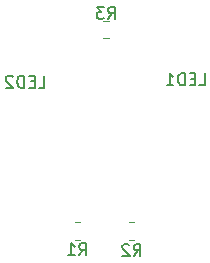
<source format=gbr>
%TF.GenerationSoftware,KiCad,Pcbnew,(6.0.9)*%
%TF.CreationDate,2023-06-19T17:18:25-04:00*%
%TF.ProjectId,ckc-mx,636b632d-6d78-42e6-9b69-6361645f7063,rev?*%
%TF.SameCoordinates,Original*%
%TF.FileFunction,Legend,Bot*%
%TF.FilePolarity,Positive*%
%FSLAX46Y46*%
G04 Gerber Fmt 4.6, Leading zero omitted, Abs format (unit mm)*
G04 Created by KiCad (PCBNEW (6.0.9)) date 2023-06-19 17:18:25*
%MOMM*%
%LPD*%
G01*
G04 APERTURE LIST*
%ADD10C,0.150000*%
%ADD11C,0.120000*%
G04 APERTURE END LIST*
D10*
%TO.C,R2*%
X150766666Y-76302380D02*
X151100000Y-75826190D01*
X151338095Y-76302380D02*
X151338095Y-75302380D01*
X150957142Y-75302380D01*
X150861904Y-75350000D01*
X150814285Y-75397619D01*
X150766666Y-75492857D01*
X150766666Y-75635714D01*
X150814285Y-75730952D01*
X150861904Y-75778571D01*
X150957142Y-75826190D01*
X151338095Y-75826190D01*
X150385714Y-75397619D02*
X150338095Y-75350000D01*
X150242857Y-75302380D01*
X150004761Y-75302380D01*
X149909523Y-75350000D01*
X149861904Y-75397619D01*
X149814285Y-75492857D01*
X149814285Y-75588095D01*
X149861904Y-75730952D01*
X150433333Y-76302380D01*
X149814285Y-76302380D01*
%TO.C,R1*%
X146166666Y-76252380D02*
X146500000Y-75776190D01*
X146738095Y-76252380D02*
X146738095Y-75252380D01*
X146357142Y-75252380D01*
X146261904Y-75300000D01*
X146214285Y-75347619D01*
X146166666Y-75442857D01*
X146166666Y-75585714D01*
X146214285Y-75680952D01*
X146261904Y-75728571D01*
X146357142Y-75776190D01*
X146738095Y-75776190D01*
X145214285Y-76252380D02*
X145785714Y-76252380D01*
X145500000Y-76252380D02*
X145500000Y-75252380D01*
X145595238Y-75395238D01*
X145690476Y-75490476D01*
X145785714Y-75538095D01*
%TO.C,LED2*%
X142719047Y-62052380D02*
X143195238Y-62052380D01*
X143195238Y-61052380D01*
X142385714Y-61528571D02*
X142052380Y-61528571D01*
X141909523Y-62052380D02*
X142385714Y-62052380D01*
X142385714Y-61052380D01*
X141909523Y-61052380D01*
X141480952Y-62052380D02*
X141480952Y-61052380D01*
X141242857Y-61052380D01*
X141100000Y-61100000D01*
X141004761Y-61195238D01*
X140957142Y-61290476D01*
X140909523Y-61480952D01*
X140909523Y-61623809D01*
X140957142Y-61814285D01*
X141004761Y-61909523D01*
X141100000Y-62004761D01*
X141242857Y-62052380D01*
X141480952Y-62052380D01*
X140528571Y-61147619D02*
X140480952Y-61100000D01*
X140385714Y-61052380D01*
X140147619Y-61052380D01*
X140052380Y-61100000D01*
X140004761Y-61147619D01*
X139957142Y-61242857D01*
X139957142Y-61338095D01*
X140004761Y-61480952D01*
X140576190Y-62052380D01*
X139957142Y-62052380D01*
%TO.C,LED1*%
X156319047Y-61852380D02*
X156795238Y-61852380D01*
X156795238Y-60852380D01*
X155985714Y-61328571D02*
X155652380Y-61328571D01*
X155509523Y-61852380D02*
X155985714Y-61852380D01*
X155985714Y-60852380D01*
X155509523Y-60852380D01*
X155080952Y-61852380D02*
X155080952Y-60852380D01*
X154842857Y-60852380D01*
X154700000Y-60900000D01*
X154604761Y-60995238D01*
X154557142Y-61090476D01*
X154509523Y-61280952D01*
X154509523Y-61423809D01*
X154557142Y-61614285D01*
X154604761Y-61709523D01*
X154700000Y-61804761D01*
X154842857Y-61852380D01*
X155080952Y-61852380D01*
X153557142Y-61852380D02*
X154128571Y-61852380D01*
X153842857Y-61852380D02*
X153842857Y-60852380D01*
X153938095Y-60995238D01*
X154033333Y-61090476D01*
X154128571Y-61138095D01*
%TO.C,R3*%
X148597916Y-56252380D02*
X148931250Y-55776190D01*
X149169345Y-56252380D02*
X149169345Y-55252380D01*
X148788392Y-55252380D01*
X148693154Y-55300000D01*
X148645535Y-55347619D01*
X148597916Y-55442857D01*
X148597916Y-55585714D01*
X148645535Y-55680952D01*
X148693154Y-55728571D01*
X148788392Y-55776190D01*
X149169345Y-55776190D01*
X148264583Y-55252380D02*
X147645535Y-55252380D01*
X147978869Y-55633333D01*
X147836011Y-55633333D01*
X147740773Y-55680952D01*
X147693154Y-55728571D01*
X147645535Y-55823809D01*
X147645535Y-56061904D01*
X147693154Y-56157142D01*
X147740773Y-56204761D01*
X147836011Y-56252380D01*
X148121726Y-56252380D01*
X148216964Y-56204761D01*
X148264583Y-56157142D01*
D11*
%TO.C,R2*%
X150372936Y-74935000D02*
X150827064Y-74935000D01*
X150372936Y-73465000D02*
X150827064Y-73465000D01*
%TO.C,R1*%
X146227064Y-74935000D02*
X145772936Y-74935000D01*
X146227064Y-73465000D02*
X145772936Y-73465000D01*
%TO.C,R3*%
X148658314Y-56415000D02*
X148204186Y-56415000D01*
X148658314Y-57885000D02*
X148204186Y-57885000D01*
%TD*%
M02*

</source>
